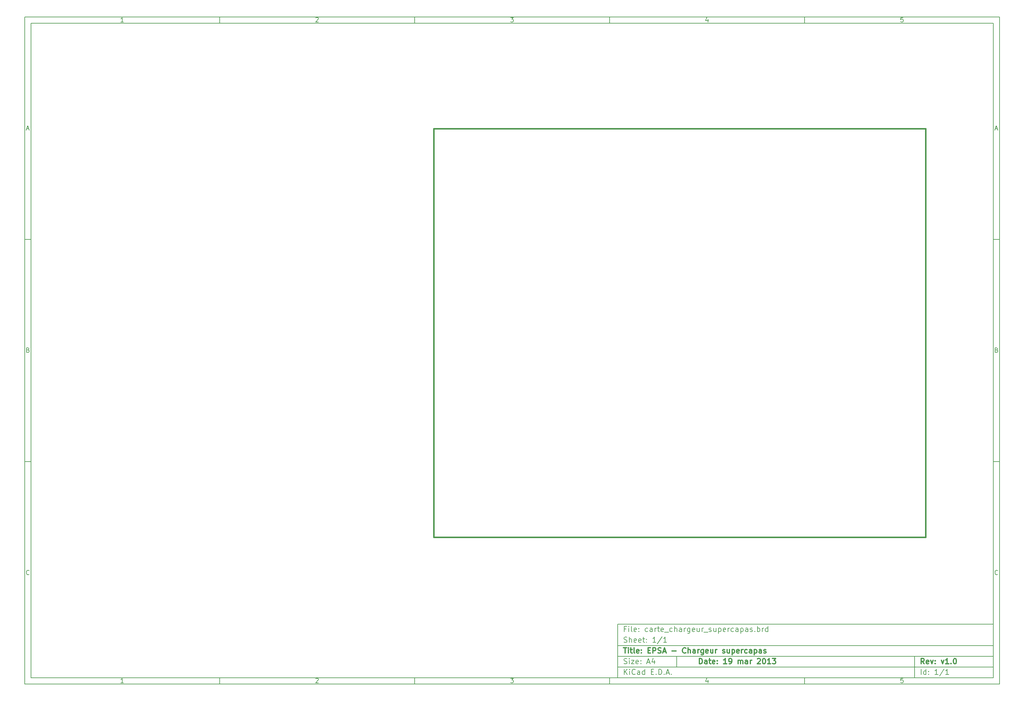
<source format=gbr>
G04 (created by PCBNEW-RS274X (2012-01-19 BZR 3256)-stable) date 19/03/2013 15:46:17*
G01*
G70*
G90*
%MOIN*%
G04 Gerber Fmt 3.4, Leading zero omitted, Abs format*
%FSLAX34Y34*%
G04 APERTURE LIST*
%ADD10C,0.006000*%
%ADD11C,0.012000*%
%ADD12C,0.015000*%
G04 APERTURE END LIST*
G54D10*
X04000Y-04000D02*
X113000Y-04000D01*
X113000Y-78670D01*
X04000Y-78670D01*
X04000Y-04000D01*
X04700Y-04700D02*
X112300Y-04700D01*
X112300Y-77970D01*
X04700Y-77970D01*
X04700Y-04700D01*
X25800Y-04000D02*
X25800Y-04700D01*
X15043Y-04552D02*
X14757Y-04552D01*
X14900Y-04552D02*
X14900Y-04052D01*
X14852Y-04124D01*
X14805Y-04171D01*
X14757Y-04195D01*
X25800Y-78670D02*
X25800Y-77970D01*
X15043Y-78522D02*
X14757Y-78522D01*
X14900Y-78522D02*
X14900Y-78022D01*
X14852Y-78094D01*
X14805Y-78141D01*
X14757Y-78165D01*
X47600Y-04000D02*
X47600Y-04700D01*
X36557Y-04100D02*
X36581Y-04076D01*
X36629Y-04052D01*
X36748Y-04052D01*
X36795Y-04076D01*
X36819Y-04100D01*
X36843Y-04148D01*
X36843Y-04195D01*
X36819Y-04267D01*
X36533Y-04552D01*
X36843Y-04552D01*
X47600Y-78670D02*
X47600Y-77970D01*
X36557Y-78070D02*
X36581Y-78046D01*
X36629Y-78022D01*
X36748Y-78022D01*
X36795Y-78046D01*
X36819Y-78070D01*
X36843Y-78118D01*
X36843Y-78165D01*
X36819Y-78237D01*
X36533Y-78522D01*
X36843Y-78522D01*
X69400Y-04000D02*
X69400Y-04700D01*
X58333Y-04052D02*
X58643Y-04052D01*
X58476Y-04243D01*
X58548Y-04243D01*
X58595Y-04267D01*
X58619Y-04290D01*
X58643Y-04338D01*
X58643Y-04457D01*
X58619Y-04505D01*
X58595Y-04529D01*
X58548Y-04552D01*
X58405Y-04552D01*
X58357Y-04529D01*
X58333Y-04505D01*
X69400Y-78670D02*
X69400Y-77970D01*
X58333Y-78022D02*
X58643Y-78022D01*
X58476Y-78213D01*
X58548Y-78213D01*
X58595Y-78237D01*
X58619Y-78260D01*
X58643Y-78308D01*
X58643Y-78427D01*
X58619Y-78475D01*
X58595Y-78499D01*
X58548Y-78522D01*
X58405Y-78522D01*
X58357Y-78499D01*
X58333Y-78475D01*
X91200Y-04000D02*
X91200Y-04700D01*
X80395Y-04219D02*
X80395Y-04552D01*
X80276Y-04029D02*
X80157Y-04386D01*
X80467Y-04386D01*
X91200Y-78670D02*
X91200Y-77970D01*
X80395Y-78189D02*
X80395Y-78522D01*
X80276Y-77999D02*
X80157Y-78356D01*
X80467Y-78356D01*
X102219Y-04052D02*
X101981Y-04052D01*
X101957Y-04290D01*
X101981Y-04267D01*
X102029Y-04243D01*
X102148Y-04243D01*
X102195Y-04267D01*
X102219Y-04290D01*
X102243Y-04338D01*
X102243Y-04457D01*
X102219Y-04505D01*
X102195Y-04529D01*
X102148Y-04552D01*
X102029Y-04552D01*
X101981Y-04529D01*
X101957Y-04505D01*
X102219Y-78022D02*
X101981Y-78022D01*
X101957Y-78260D01*
X101981Y-78237D01*
X102029Y-78213D01*
X102148Y-78213D01*
X102195Y-78237D01*
X102219Y-78260D01*
X102243Y-78308D01*
X102243Y-78427D01*
X102219Y-78475D01*
X102195Y-78499D01*
X102148Y-78522D01*
X102029Y-78522D01*
X101981Y-78499D01*
X101957Y-78475D01*
X04000Y-28890D02*
X04700Y-28890D01*
X04231Y-16510D02*
X04469Y-16510D01*
X04184Y-16652D02*
X04350Y-16152D01*
X04517Y-16652D01*
X113000Y-28890D02*
X112300Y-28890D01*
X112531Y-16510D02*
X112769Y-16510D01*
X112484Y-16652D02*
X112650Y-16152D01*
X112817Y-16652D01*
X04000Y-53780D02*
X04700Y-53780D01*
X04386Y-41280D02*
X04457Y-41304D01*
X04481Y-41328D01*
X04505Y-41376D01*
X04505Y-41447D01*
X04481Y-41495D01*
X04457Y-41519D01*
X04410Y-41542D01*
X04219Y-41542D01*
X04219Y-41042D01*
X04386Y-41042D01*
X04433Y-41066D01*
X04457Y-41090D01*
X04481Y-41138D01*
X04481Y-41185D01*
X04457Y-41233D01*
X04433Y-41257D01*
X04386Y-41280D01*
X04219Y-41280D01*
X113000Y-53780D02*
X112300Y-53780D01*
X112686Y-41280D02*
X112757Y-41304D01*
X112781Y-41328D01*
X112805Y-41376D01*
X112805Y-41447D01*
X112781Y-41495D01*
X112757Y-41519D01*
X112710Y-41542D01*
X112519Y-41542D01*
X112519Y-41042D01*
X112686Y-41042D01*
X112733Y-41066D01*
X112757Y-41090D01*
X112781Y-41138D01*
X112781Y-41185D01*
X112757Y-41233D01*
X112733Y-41257D01*
X112686Y-41280D01*
X112519Y-41280D01*
X04505Y-66385D02*
X04481Y-66409D01*
X04410Y-66432D01*
X04362Y-66432D01*
X04290Y-66409D01*
X04243Y-66361D01*
X04219Y-66313D01*
X04195Y-66218D01*
X04195Y-66147D01*
X04219Y-66051D01*
X04243Y-66004D01*
X04290Y-65956D01*
X04362Y-65932D01*
X04410Y-65932D01*
X04481Y-65956D01*
X04505Y-65980D01*
X112805Y-66385D02*
X112781Y-66409D01*
X112710Y-66432D01*
X112662Y-66432D01*
X112590Y-66409D01*
X112543Y-66361D01*
X112519Y-66313D01*
X112495Y-66218D01*
X112495Y-66147D01*
X112519Y-66051D01*
X112543Y-66004D01*
X112590Y-65956D01*
X112662Y-65932D01*
X112710Y-65932D01*
X112781Y-65956D01*
X112805Y-65980D01*
G54D11*
X79443Y-76413D02*
X79443Y-75813D01*
X79586Y-75813D01*
X79671Y-75841D01*
X79729Y-75899D01*
X79757Y-75956D01*
X79786Y-76070D01*
X79786Y-76156D01*
X79757Y-76270D01*
X79729Y-76327D01*
X79671Y-76384D01*
X79586Y-76413D01*
X79443Y-76413D01*
X80300Y-76413D02*
X80300Y-76099D01*
X80271Y-76041D01*
X80214Y-76013D01*
X80100Y-76013D01*
X80043Y-76041D01*
X80300Y-76384D02*
X80243Y-76413D01*
X80100Y-76413D01*
X80043Y-76384D01*
X80014Y-76327D01*
X80014Y-76270D01*
X80043Y-76213D01*
X80100Y-76184D01*
X80243Y-76184D01*
X80300Y-76156D01*
X80500Y-76013D02*
X80729Y-76013D01*
X80586Y-75813D02*
X80586Y-76327D01*
X80614Y-76384D01*
X80672Y-76413D01*
X80729Y-76413D01*
X81157Y-76384D02*
X81100Y-76413D01*
X80986Y-76413D01*
X80929Y-76384D01*
X80900Y-76327D01*
X80900Y-76099D01*
X80929Y-76041D01*
X80986Y-76013D01*
X81100Y-76013D01*
X81157Y-76041D01*
X81186Y-76099D01*
X81186Y-76156D01*
X80900Y-76213D01*
X81443Y-76356D02*
X81471Y-76384D01*
X81443Y-76413D01*
X81414Y-76384D01*
X81443Y-76356D01*
X81443Y-76413D01*
X81443Y-76041D02*
X81471Y-76070D01*
X81443Y-76099D01*
X81414Y-76070D01*
X81443Y-76041D01*
X81443Y-76099D01*
X82500Y-76413D02*
X82157Y-76413D01*
X82329Y-76413D02*
X82329Y-75813D01*
X82272Y-75899D01*
X82214Y-75956D01*
X82157Y-75984D01*
X82785Y-76413D02*
X82900Y-76413D01*
X82957Y-76384D01*
X82985Y-76356D01*
X83043Y-76270D01*
X83071Y-76156D01*
X83071Y-75927D01*
X83043Y-75870D01*
X83014Y-75841D01*
X82957Y-75813D01*
X82843Y-75813D01*
X82785Y-75841D01*
X82757Y-75870D01*
X82728Y-75927D01*
X82728Y-76070D01*
X82757Y-76127D01*
X82785Y-76156D01*
X82843Y-76184D01*
X82957Y-76184D01*
X83014Y-76156D01*
X83043Y-76127D01*
X83071Y-76070D01*
X83785Y-76413D02*
X83785Y-76013D01*
X83785Y-76070D02*
X83813Y-76041D01*
X83871Y-76013D01*
X83956Y-76013D01*
X84013Y-76041D01*
X84042Y-76099D01*
X84042Y-76413D01*
X84042Y-76099D02*
X84071Y-76041D01*
X84128Y-76013D01*
X84213Y-76013D01*
X84271Y-76041D01*
X84299Y-76099D01*
X84299Y-76413D01*
X84842Y-76413D02*
X84842Y-76099D01*
X84813Y-76041D01*
X84756Y-76013D01*
X84642Y-76013D01*
X84585Y-76041D01*
X84842Y-76384D02*
X84785Y-76413D01*
X84642Y-76413D01*
X84585Y-76384D01*
X84556Y-76327D01*
X84556Y-76270D01*
X84585Y-76213D01*
X84642Y-76184D01*
X84785Y-76184D01*
X84842Y-76156D01*
X85128Y-76413D02*
X85128Y-76013D01*
X85128Y-76127D02*
X85156Y-76070D01*
X85185Y-76041D01*
X85242Y-76013D01*
X85299Y-76013D01*
X85927Y-75870D02*
X85956Y-75841D01*
X86013Y-75813D01*
X86156Y-75813D01*
X86213Y-75841D01*
X86242Y-75870D01*
X86270Y-75927D01*
X86270Y-75984D01*
X86242Y-76070D01*
X85899Y-76413D01*
X86270Y-76413D01*
X86641Y-75813D02*
X86698Y-75813D01*
X86755Y-75841D01*
X86784Y-75870D01*
X86813Y-75927D01*
X86841Y-76041D01*
X86841Y-76184D01*
X86813Y-76299D01*
X86784Y-76356D01*
X86755Y-76384D01*
X86698Y-76413D01*
X86641Y-76413D01*
X86584Y-76384D01*
X86555Y-76356D01*
X86527Y-76299D01*
X86498Y-76184D01*
X86498Y-76041D01*
X86527Y-75927D01*
X86555Y-75870D01*
X86584Y-75841D01*
X86641Y-75813D01*
X87412Y-76413D02*
X87069Y-76413D01*
X87241Y-76413D02*
X87241Y-75813D01*
X87184Y-75899D01*
X87126Y-75956D01*
X87069Y-75984D01*
X87612Y-75813D02*
X87983Y-75813D01*
X87783Y-76041D01*
X87869Y-76041D01*
X87926Y-76070D01*
X87955Y-76099D01*
X87983Y-76156D01*
X87983Y-76299D01*
X87955Y-76356D01*
X87926Y-76384D01*
X87869Y-76413D01*
X87697Y-76413D01*
X87640Y-76384D01*
X87612Y-76356D01*
G54D10*
X71043Y-77613D02*
X71043Y-77013D01*
X71386Y-77613D02*
X71129Y-77270D01*
X71386Y-77013D02*
X71043Y-77356D01*
X71643Y-77613D02*
X71643Y-77213D01*
X71643Y-77013D02*
X71614Y-77041D01*
X71643Y-77070D01*
X71671Y-77041D01*
X71643Y-77013D01*
X71643Y-77070D01*
X72272Y-77556D02*
X72243Y-77584D01*
X72157Y-77613D01*
X72100Y-77613D01*
X72015Y-77584D01*
X71957Y-77527D01*
X71929Y-77470D01*
X71900Y-77356D01*
X71900Y-77270D01*
X71929Y-77156D01*
X71957Y-77099D01*
X72015Y-77041D01*
X72100Y-77013D01*
X72157Y-77013D01*
X72243Y-77041D01*
X72272Y-77070D01*
X72786Y-77613D02*
X72786Y-77299D01*
X72757Y-77241D01*
X72700Y-77213D01*
X72586Y-77213D01*
X72529Y-77241D01*
X72786Y-77584D02*
X72729Y-77613D01*
X72586Y-77613D01*
X72529Y-77584D01*
X72500Y-77527D01*
X72500Y-77470D01*
X72529Y-77413D01*
X72586Y-77384D01*
X72729Y-77384D01*
X72786Y-77356D01*
X73329Y-77613D02*
X73329Y-77013D01*
X73329Y-77584D02*
X73272Y-77613D01*
X73158Y-77613D01*
X73100Y-77584D01*
X73072Y-77556D01*
X73043Y-77499D01*
X73043Y-77327D01*
X73072Y-77270D01*
X73100Y-77241D01*
X73158Y-77213D01*
X73272Y-77213D01*
X73329Y-77241D01*
X74072Y-77299D02*
X74272Y-77299D01*
X74358Y-77613D02*
X74072Y-77613D01*
X74072Y-77013D01*
X74358Y-77013D01*
X74615Y-77556D02*
X74643Y-77584D01*
X74615Y-77613D01*
X74586Y-77584D01*
X74615Y-77556D01*
X74615Y-77613D01*
X74901Y-77613D02*
X74901Y-77013D01*
X75044Y-77013D01*
X75129Y-77041D01*
X75187Y-77099D01*
X75215Y-77156D01*
X75244Y-77270D01*
X75244Y-77356D01*
X75215Y-77470D01*
X75187Y-77527D01*
X75129Y-77584D01*
X75044Y-77613D01*
X74901Y-77613D01*
X75501Y-77556D02*
X75529Y-77584D01*
X75501Y-77613D01*
X75472Y-77584D01*
X75501Y-77556D01*
X75501Y-77613D01*
X75758Y-77441D02*
X76044Y-77441D01*
X75701Y-77613D02*
X75901Y-77013D01*
X76101Y-77613D01*
X76301Y-77556D02*
X76329Y-77584D01*
X76301Y-77613D01*
X76272Y-77584D01*
X76301Y-77556D01*
X76301Y-77613D01*
G54D11*
X104586Y-76413D02*
X104386Y-76127D01*
X104243Y-76413D02*
X104243Y-75813D01*
X104471Y-75813D01*
X104529Y-75841D01*
X104557Y-75870D01*
X104586Y-75927D01*
X104586Y-76013D01*
X104557Y-76070D01*
X104529Y-76099D01*
X104471Y-76127D01*
X104243Y-76127D01*
X105071Y-76384D02*
X105014Y-76413D01*
X104900Y-76413D01*
X104843Y-76384D01*
X104814Y-76327D01*
X104814Y-76099D01*
X104843Y-76041D01*
X104900Y-76013D01*
X105014Y-76013D01*
X105071Y-76041D01*
X105100Y-76099D01*
X105100Y-76156D01*
X104814Y-76213D01*
X105300Y-76013D02*
X105443Y-76413D01*
X105585Y-76013D01*
X105814Y-76356D02*
X105842Y-76384D01*
X105814Y-76413D01*
X105785Y-76384D01*
X105814Y-76356D01*
X105814Y-76413D01*
X105814Y-76041D02*
X105842Y-76070D01*
X105814Y-76099D01*
X105785Y-76070D01*
X105814Y-76041D01*
X105814Y-76099D01*
X106500Y-76013D02*
X106643Y-76413D01*
X106785Y-76013D01*
X107328Y-76413D02*
X106985Y-76413D01*
X107157Y-76413D02*
X107157Y-75813D01*
X107100Y-75899D01*
X107042Y-75956D01*
X106985Y-75984D01*
X107585Y-76356D02*
X107613Y-76384D01*
X107585Y-76413D01*
X107556Y-76384D01*
X107585Y-76356D01*
X107585Y-76413D01*
X107985Y-75813D02*
X108042Y-75813D01*
X108099Y-75841D01*
X108128Y-75870D01*
X108157Y-75927D01*
X108185Y-76041D01*
X108185Y-76184D01*
X108157Y-76299D01*
X108128Y-76356D01*
X108099Y-76384D01*
X108042Y-76413D01*
X107985Y-76413D01*
X107928Y-76384D01*
X107899Y-76356D01*
X107871Y-76299D01*
X107842Y-76184D01*
X107842Y-76041D01*
X107871Y-75927D01*
X107899Y-75870D01*
X107928Y-75841D01*
X107985Y-75813D01*
G54D10*
X71014Y-76384D02*
X71100Y-76413D01*
X71243Y-76413D01*
X71300Y-76384D01*
X71329Y-76356D01*
X71357Y-76299D01*
X71357Y-76241D01*
X71329Y-76184D01*
X71300Y-76156D01*
X71243Y-76127D01*
X71129Y-76099D01*
X71071Y-76070D01*
X71043Y-76041D01*
X71014Y-75984D01*
X71014Y-75927D01*
X71043Y-75870D01*
X71071Y-75841D01*
X71129Y-75813D01*
X71271Y-75813D01*
X71357Y-75841D01*
X71614Y-76413D02*
X71614Y-76013D01*
X71614Y-75813D02*
X71585Y-75841D01*
X71614Y-75870D01*
X71642Y-75841D01*
X71614Y-75813D01*
X71614Y-75870D01*
X71843Y-76013D02*
X72157Y-76013D01*
X71843Y-76413D01*
X72157Y-76413D01*
X72614Y-76384D02*
X72557Y-76413D01*
X72443Y-76413D01*
X72386Y-76384D01*
X72357Y-76327D01*
X72357Y-76099D01*
X72386Y-76041D01*
X72443Y-76013D01*
X72557Y-76013D01*
X72614Y-76041D01*
X72643Y-76099D01*
X72643Y-76156D01*
X72357Y-76213D01*
X72900Y-76356D02*
X72928Y-76384D01*
X72900Y-76413D01*
X72871Y-76384D01*
X72900Y-76356D01*
X72900Y-76413D01*
X72900Y-76041D02*
X72928Y-76070D01*
X72900Y-76099D01*
X72871Y-76070D01*
X72900Y-76041D01*
X72900Y-76099D01*
X73614Y-76241D02*
X73900Y-76241D01*
X73557Y-76413D02*
X73757Y-75813D01*
X73957Y-76413D01*
X74414Y-76013D02*
X74414Y-76413D01*
X74271Y-75784D02*
X74128Y-76213D01*
X74500Y-76213D01*
X104243Y-77613D02*
X104243Y-77013D01*
X104786Y-77613D02*
X104786Y-77013D01*
X104786Y-77584D02*
X104729Y-77613D01*
X104615Y-77613D01*
X104557Y-77584D01*
X104529Y-77556D01*
X104500Y-77499D01*
X104500Y-77327D01*
X104529Y-77270D01*
X104557Y-77241D01*
X104615Y-77213D01*
X104729Y-77213D01*
X104786Y-77241D01*
X105072Y-77556D02*
X105100Y-77584D01*
X105072Y-77613D01*
X105043Y-77584D01*
X105072Y-77556D01*
X105072Y-77613D01*
X105072Y-77241D02*
X105100Y-77270D01*
X105072Y-77299D01*
X105043Y-77270D01*
X105072Y-77241D01*
X105072Y-77299D01*
X106129Y-77613D02*
X105786Y-77613D01*
X105958Y-77613D02*
X105958Y-77013D01*
X105901Y-77099D01*
X105843Y-77156D01*
X105786Y-77184D01*
X106814Y-76984D02*
X106300Y-77756D01*
X107329Y-77613D02*
X106986Y-77613D01*
X107158Y-77613D02*
X107158Y-77013D01*
X107101Y-77099D01*
X107043Y-77156D01*
X106986Y-77184D01*
G54D11*
X70957Y-74613D02*
X71300Y-74613D01*
X71129Y-75213D02*
X71129Y-74613D01*
X71500Y-75213D02*
X71500Y-74813D01*
X71500Y-74613D02*
X71471Y-74641D01*
X71500Y-74670D01*
X71528Y-74641D01*
X71500Y-74613D01*
X71500Y-74670D01*
X71700Y-74813D02*
X71929Y-74813D01*
X71786Y-74613D02*
X71786Y-75127D01*
X71814Y-75184D01*
X71872Y-75213D01*
X71929Y-75213D01*
X72215Y-75213D02*
X72157Y-75184D01*
X72129Y-75127D01*
X72129Y-74613D01*
X72671Y-75184D02*
X72614Y-75213D01*
X72500Y-75213D01*
X72443Y-75184D01*
X72414Y-75127D01*
X72414Y-74899D01*
X72443Y-74841D01*
X72500Y-74813D01*
X72614Y-74813D01*
X72671Y-74841D01*
X72700Y-74899D01*
X72700Y-74956D01*
X72414Y-75013D01*
X72957Y-75156D02*
X72985Y-75184D01*
X72957Y-75213D01*
X72928Y-75184D01*
X72957Y-75156D01*
X72957Y-75213D01*
X72957Y-74841D02*
X72985Y-74870D01*
X72957Y-74899D01*
X72928Y-74870D01*
X72957Y-74841D01*
X72957Y-74899D01*
X73700Y-74899D02*
X73900Y-74899D01*
X73986Y-75213D02*
X73700Y-75213D01*
X73700Y-74613D01*
X73986Y-74613D01*
X74243Y-75213D02*
X74243Y-74613D01*
X74471Y-74613D01*
X74529Y-74641D01*
X74557Y-74670D01*
X74586Y-74727D01*
X74586Y-74813D01*
X74557Y-74870D01*
X74529Y-74899D01*
X74471Y-74927D01*
X74243Y-74927D01*
X74814Y-75184D02*
X74900Y-75213D01*
X75043Y-75213D01*
X75100Y-75184D01*
X75129Y-75156D01*
X75157Y-75099D01*
X75157Y-75041D01*
X75129Y-74984D01*
X75100Y-74956D01*
X75043Y-74927D01*
X74929Y-74899D01*
X74871Y-74870D01*
X74843Y-74841D01*
X74814Y-74784D01*
X74814Y-74727D01*
X74843Y-74670D01*
X74871Y-74641D01*
X74929Y-74613D01*
X75071Y-74613D01*
X75157Y-74641D01*
X75385Y-75041D02*
X75671Y-75041D01*
X75328Y-75213D02*
X75528Y-74613D01*
X75728Y-75213D01*
X76385Y-74984D02*
X76842Y-74984D01*
X77928Y-75156D02*
X77899Y-75184D01*
X77813Y-75213D01*
X77756Y-75213D01*
X77671Y-75184D01*
X77613Y-75127D01*
X77585Y-75070D01*
X77556Y-74956D01*
X77556Y-74870D01*
X77585Y-74756D01*
X77613Y-74699D01*
X77671Y-74641D01*
X77756Y-74613D01*
X77813Y-74613D01*
X77899Y-74641D01*
X77928Y-74670D01*
X78185Y-75213D02*
X78185Y-74613D01*
X78442Y-75213D02*
X78442Y-74899D01*
X78413Y-74841D01*
X78356Y-74813D01*
X78271Y-74813D01*
X78213Y-74841D01*
X78185Y-74870D01*
X78985Y-75213D02*
X78985Y-74899D01*
X78956Y-74841D01*
X78899Y-74813D01*
X78785Y-74813D01*
X78728Y-74841D01*
X78985Y-75184D02*
X78928Y-75213D01*
X78785Y-75213D01*
X78728Y-75184D01*
X78699Y-75127D01*
X78699Y-75070D01*
X78728Y-75013D01*
X78785Y-74984D01*
X78928Y-74984D01*
X78985Y-74956D01*
X79271Y-75213D02*
X79271Y-74813D01*
X79271Y-74927D02*
X79299Y-74870D01*
X79328Y-74841D01*
X79385Y-74813D01*
X79442Y-74813D01*
X79899Y-74813D02*
X79899Y-75299D01*
X79870Y-75356D01*
X79842Y-75384D01*
X79785Y-75413D01*
X79699Y-75413D01*
X79642Y-75384D01*
X79899Y-75184D02*
X79842Y-75213D01*
X79728Y-75213D01*
X79670Y-75184D01*
X79642Y-75156D01*
X79613Y-75099D01*
X79613Y-74927D01*
X79642Y-74870D01*
X79670Y-74841D01*
X79728Y-74813D01*
X79842Y-74813D01*
X79899Y-74841D01*
X80413Y-75184D02*
X80356Y-75213D01*
X80242Y-75213D01*
X80185Y-75184D01*
X80156Y-75127D01*
X80156Y-74899D01*
X80185Y-74841D01*
X80242Y-74813D01*
X80356Y-74813D01*
X80413Y-74841D01*
X80442Y-74899D01*
X80442Y-74956D01*
X80156Y-75013D01*
X80956Y-74813D02*
X80956Y-75213D01*
X80699Y-74813D02*
X80699Y-75127D01*
X80727Y-75184D01*
X80785Y-75213D01*
X80870Y-75213D01*
X80927Y-75184D01*
X80956Y-75156D01*
X81242Y-75213D02*
X81242Y-74813D01*
X81242Y-74927D02*
X81270Y-74870D01*
X81299Y-74841D01*
X81356Y-74813D01*
X81413Y-74813D01*
X82041Y-75184D02*
X82098Y-75213D01*
X82213Y-75213D01*
X82270Y-75184D01*
X82298Y-75127D01*
X82298Y-75099D01*
X82270Y-75041D01*
X82213Y-75013D01*
X82127Y-75013D01*
X82070Y-74984D01*
X82041Y-74927D01*
X82041Y-74899D01*
X82070Y-74841D01*
X82127Y-74813D01*
X82213Y-74813D01*
X82270Y-74841D01*
X82813Y-74813D02*
X82813Y-75213D01*
X82556Y-74813D02*
X82556Y-75127D01*
X82584Y-75184D01*
X82642Y-75213D01*
X82727Y-75213D01*
X82784Y-75184D01*
X82813Y-75156D01*
X83099Y-74813D02*
X83099Y-75413D01*
X83099Y-74841D02*
X83156Y-74813D01*
X83270Y-74813D01*
X83327Y-74841D01*
X83356Y-74870D01*
X83385Y-74927D01*
X83385Y-75099D01*
X83356Y-75156D01*
X83327Y-75184D01*
X83270Y-75213D01*
X83156Y-75213D01*
X83099Y-75184D01*
X83870Y-75184D02*
X83813Y-75213D01*
X83699Y-75213D01*
X83642Y-75184D01*
X83613Y-75127D01*
X83613Y-74899D01*
X83642Y-74841D01*
X83699Y-74813D01*
X83813Y-74813D01*
X83870Y-74841D01*
X83899Y-74899D01*
X83899Y-74956D01*
X83613Y-75013D01*
X84156Y-75213D02*
X84156Y-74813D01*
X84156Y-74927D02*
X84184Y-74870D01*
X84213Y-74841D01*
X84270Y-74813D01*
X84327Y-74813D01*
X84784Y-75184D02*
X84727Y-75213D01*
X84613Y-75213D01*
X84555Y-75184D01*
X84527Y-75156D01*
X84498Y-75099D01*
X84498Y-74927D01*
X84527Y-74870D01*
X84555Y-74841D01*
X84613Y-74813D01*
X84727Y-74813D01*
X84784Y-74841D01*
X85298Y-75213D02*
X85298Y-74899D01*
X85269Y-74841D01*
X85212Y-74813D01*
X85098Y-74813D01*
X85041Y-74841D01*
X85298Y-75184D02*
X85241Y-75213D01*
X85098Y-75213D01*
X85041Y-75184D01*
X85012Y-75127D01*
X85012Y-75070D01*
X85041Y-75013D01*
X85098Y-74984D01*
X85241Y-74984D01*
X85298Y-74956D01*
X85584Y-74813D02*
X85584Y-75413D01*
X85584Y-74841D02*
X85641Y-74813D01*
X85755Y-74813D01*
X85812Y-74841D01*
X85841Y-74870D01*
X85870Y-74927D01*
X85870Y-75099D01*
X85841Y-75156D01*
X85812Y-75184D01*
X85755Y-75213D01*
X85641Y-75213D01*
X85584Y-75184D01*
X86384Y-75213D02*
X86384Y-74899D01*
X86355Y-74841D01*
X86298Y-74813D01*
X86184Y-74813D01*
X86127Y-74841D01*
X86384Y-75184D02*
X86327Y-75213D01*
X86184Y-75213D01*
X86127Y-75184D01*
X86098Y-75127D01*
X86098Y-75070D01*
X86127Y-75013D01*
X86184Y-74984D01*
X86327Y-74984D01*
X86384Y-74956D01*
X86641Y-75184D02*
X86698Y-75213D01*
X86813Y-75213D01*
X86870Y-75184D01*
X86898Y-75127D01*
X86898Y-75099D01*
X86870Y-75041D01*
X86813Y-75013D01*
X86727Y-75013D01*
X86670Y-74984D01*
X86641Y-74927D01*
X86641Y-74899D01*
X86670Y-74841D01*
X86727Y-74813D01*
X86813Y-74813D01*
X86870Y-74841D01*
G54D10*
X71243Y-72499D02*
X71043Y-72499D01*
X71043Y-72813D02*
X71043Y-72213D01*
X71329Y-72213D01*
X71557Y-72813D02*
X71557Y-72413D01*
X71557Y-72213D02*
X71528Y-72241D01*
X71557Y-72270D01*
X71585Y-72241D01*
X71557Y-72213D01*
X71557Y-72270D01*
X71929Y-72813D02*
X71871Y-72784D01*
X71843Y-72727D01*
X71843Y-72213D01*
X72385Y-72784D02*
X72328Y-72813D01*
X72214Y-72813D01*
X72157Y-72784D01*
X72128Y-72727D01*
X72128Y-72499D01*
X72157Y-72441D01*
X72214Y-72413D01*
X72328Y-72413D01*
X72385Y-72441D01*
X72414Y-72499D01*
X72414Y-72556D01*
X72128Y-72613D01*
X72671Y-72756D02*
X72699Y-72784D01*
X72671Y-72813D01*
X72642Y-72784D01*
X72671Y-72756D01*
X72671Y-72813D01*
X72671Y-72441D02*
X72699Y-72470D01*
X72671Y-72499D01*
X72642Y-72470D01*
X72671Y-72441D01*
X72671Y-72499D01*
X73671Y-72784D02*
X73614Y-72813D01*
X73500Y-72813D01*
X73442Y-72784D01*
X73414Y-72756D01*
X73385Y-72699D01*
X73385Y-72527D01*
X73414Y-72470D01*
X73442Y-72441D01*
X73500Y-72413D01*
X73614Y-72413D01*
X73671Y-72441D01*
X74185Y-72813D02*
X74185Y-72499D01*
X74156Y-72441D01*
X74099Y-72413D01*
X73985Y-72413D01*
X73928Y-72441D01*
X74185Y-72784D02*
X74128Y-72813D01*
X73985Y-72813D01*
X73928Y-72784D01*
X73899Y-72727D01*
X73899Y-72670D01*
X73928Y-72613D01*
X73985Y-72584D01*
X74128Y-72584D01*
X74185Y-72556D01*
X74471Y-72813D02*
X74471Y-72413D01*
X74471Y-72527D02*
X74499Y-72470D01*
X74528Y-72441D01*
X74585Y-72413D01*
X74642Y-72413D01*
X74756Y-72413D02*
X74985Y-72413D01*
X74842Y-72213D02*
X74842Y-72727D01*
X74870Y-72784D01*
X74928Y-72813D01*
X74985Y-72813D01*
X75413Y-72784D02*
X75356Y-72813D01*
X75242Y-72813D01*
X75185Y-72784D01*
X75156Y-72727D01*
X75156Y-72499D01*
X75185Y-72441D01*
X75242Y-72413D01*
X75356Y-72413D01*
X75413Y-72441D01*
X75442Y-72499D01*
X75442Y-72556D01*
X75156Y-72613D01*
X75556Y-72870D02*
X76013Y-72870D01*
X76413Y-72784D02*
X76356Y-72813D01*
X76242Y-72813D01*
X76184Y-72784D01*
X76156Y-72756D01*
X76127Y-72699D01*
X76127Y-72527D01*
X76156Y-72470D01*
X76184Y-72441D01*
X76242Y-72413D01*
X76356Y-72413D01*
X76413Y-72441D01*
X76670Y-72813D02*
X76670Y-72213D01*
X76927Y-72813D02*
X76927Y-72499D01*
X76898Y-72441D01*
X76841Y-72413D01*
X76756Y-72413D01*
X76698Y-72441D01*
X76670Y-72470D01*
X77470Y-72813D02*
X77470Y-72499D01*
X77441Y-72441D01*
X77384Y-72413D01*
X77270Y-72413D01*
X77213Y-72441D01*
X77470Y-72784D02*
X77413Y-72813D01*
X77270Y-72813D01*
X77213Y-72784D01*
X77184Y-72727D01*
X77184Y-72670D01*
X77213Y-72613D01*
X77270Y-72584D01*
X77413Y-72584D01*
X77470Y-72556D01*
X77756Y-72813D02*
X77756Y-72413D01*
X77756Y-72527D02*
X77784Y-72470D01*
X77813Y-72441D01*
X77870Y-72413D01*
X77927Y-72413D01*
X78384Y-72413D02*
X78384Y-72899D01*
X78355Y-72956D01*
X78327Y-72984D01*
X78270Y-73013D01*
X78184Y-73013D01*
X78127Y-72984D01*
X78384Y-72784D02*
X78327Y-72813D01*
X78213Y-72813D01*
X78155Y-72784D01*
X78127Y-72756D01*
X78098Y-72699D01*
X78098Y-72527D01*
X78127Y-72470D01*
X78155Y-72441D01*
X78213Y-72413D01*
X78327Y-72413D01*
X78384Y-72441D01*
X78898Y-72784D02*
X78841Y-72813D01*
X78727Y-72813D01*
X78670Y-72784D01*
X78641Y-72727D01*
X78641Y-72499D01*
X78670Y-72441D01*
X78727Y-72413D01*
X78841Y-72413D01*
X78898Y-72441D01*
X78927Y-72499D01*
X78927Y-72556D01*
X78641Y-72613D01*
X79441Y-72413D02*
X79441Y-72813D01*
X79184Y-72413D02*
X79184Y-72727D01*
X79212Y-72784D01*
X79270Y-72813D01*
X79355Y-72813D01*
X79412Y-72784D01*
X79441Y-72756D01*
X79727Y-72813D02*
X79727Y-72413D01*
X79727Y-72527D02*
X79755Y-72470D01*
X79784Y-72441D01*
X79841Y-72413D01*
X79898Y-72413D01*
X79955Y-72870D02*
X80412Y-72870D01*
X80526Y-72784D02*
X80583Y-72813D01*
X80698Y-72813D01*
X80755Y-72784D01*
X80783Y-72727D01*
X80783Y-72699D01*
X80755Y-72641D01*
X80698Y-72613D01*
X80612Y-72613D01*
X80555Y-72584D01*
X80526Y-72527D01*
X80526Y-72499D01*
X80555Y-72441D01*
X80612Y-72413D01*
X80698Y-72413D01*
X80755Y-72441D01*
X81298Y-72413D02*
X81298Y-72813D01*
X81041Y-72413D02*
X81041Y-72727D01*
X81069Y-72784D01*
X81127Y-72813D01*
X81212Y-72813D01*
X81269Y-72784D01*
X81298Y-72756D01*
X81584Y-72413D02*
X81584Y-73013D01*
X81584Y-72441D02*
X81641Y-72413D01*
X81755Y-72413D01*
X81812Y-72441D01*
X81841Y-72470D01*
X81870Y-72527D01*
X81870Y-72699D01*
X81841Y-72756D01*
X81812Y-72784D01*
X81755Y-72813D01*
X81641Y-72813D01*
X81584Y-72784D01*
X82355Y-72784D02*
X82298Y-72813D01*
X82184Y-72813D01*
X82127Y-72784D01*
X82098Y-72727D01*
X82098Y-72499D01*
X82127Y-72441D01*
X82184Y-72413D01*
X82298Y-72413D01*
X82355Y-72441D01*
X82384Y-72499D01*
X82384Y-72556D01*
X82098Y-72613D01*
X82641Y-72813D02*
X82641Y-72413D01*
X82641Y-72527D02*
X82669Y-72470D01*
X82698Y-72441D01*
X82755Y-72413D01*
X82812Y-72413D01*
X83269Y-72784D02*
X83212Y-72813D01*
X83098Y-72813D01*
X83040Y-72784D01*
X83012Y-72756D01*
X82983Y-72699D01*
X82983Y-72527D01*
X83012Y-72470D01*
X83040Y-72441D01*
X83098Y-72413D01*
X83212Y-72413D01*
X83269Y-72441D01*
X83783Y-72813D02*
X83783Y-72499D01*
X83754Y-72441D01*
X83697Y-72413D01*
X83583Y-72413D01*
X83526Y-72441D01*
X83783Y-72784D02*
X83726Y-72813D01*
X83583Y-72813D01*
X83526Y-72784D01*
X83497Y-72727D01*
X83497Y-72670D01*
X83526Y-72613D01*
X83583Y-72584D01*
X83726Y-72584D01*
X83783Y-72556D01*
X84069Y-72413D02*
X84069Y-73013D01*
X84069Y-72441D02*
X84126Y-72413D01*
X84240Y-72413D01*
X84297Y-72441D01*
X84326Y-72470D01*
X84355Y-72527D01*
X84355Y-72699D01*
X84326Y-72756D01*
X84297Y-72784D01*
X84240Y-72813D01*
X84126Y-72813D01*
X84069Y-72784D01*
X84869Y-72813D02*
X84869Y-72499D01*
X84840Y-72441D01*
X84783Y-72413D01*
X84669Y-72413D01*
X84612Y-72441D01*
X84869Y-72784D02*
X84812Y-72813D01*
X84669Y-72813D01*
X84612Y-72784D01*
X84583Y-72727D01*
X84583Y-72670D01*
X84612Y-72613D01*
X84669Y-72584D01*
X84812Y-72584D01*
X84869Y-72556D01*
X85126Y-72784D02*
X85183Y-72813D01*
X85298Y-72813D01*
X85355Y-72784D01*
X85383Y-72727D01*
X85383Y-72699D01*
X85355Y-72641D01*
X85298Y-72613D01*
X85212Y-72613D01*
X85155Y-72584D01*
X85126Y-72527D01*
X85126Y-72499D01*
X85155Y-72441D01*
X85212Y-72413D01*
X85298Y-72413D01*
X85355Y-72441D01*
X85641Y-72756D02*
X85669Y-72784D01*
X85641Y-72813D01*
X85612Y-72784D01*
X85641Y-72756D01*
X85641Y-72813D01*
X85927Y-72813D02*
X85927Y-72213D01*
X85927Y-72441D02*
X85984Y-72413D01*
X86098Y-72413D01*
X86155Y-72441D01*
X86184Y-72470D01*
X86213Y-72527D01*
X86213Y-72699D01*
X86184Y-72756D01*
X86155Y-72784D01*
X86098Y-72813D01*
X85984Y-72813D01*
X85927Y-72784D01*
X86470Y-72813D02*
X86470Y-72413D01*
X86470Y-72527D02*
X86498Y-72470D01*
X86527Y-72441D01*
X86584Y-72413D01*
X86641Y-72413D01*
X87098Y-72813D02*
X87098Y-72213D01*
X87098Y-72784D02*
X87041Y-72813D01*
X86927Y-72813D01*
X86869Y-72784D01*
X86841Y-72756D01*
X86812Y-72699D01*
X86812Y-72527D01*
X86841Y-72470D01*
X86869Y-72441D01*
X86927Y-72413D01*
X87041Y-72413D01*
X87098Y-72441D01*
X71014Y-73984D02*
X71100Y-74013D01*
X71243Y-74013D01*
X71300Y-73984D01*
X71329Y-73956D01*
X71357Y-73899D01*
X71357Y-73841D01*
X71329Y-73784D01*
X71300Y-73756D01*
X71243Y-73727D01*
X71129Y-73699D01*
X71071Y-73670D01*
X71043Y-73641D01*
X71014Y-73584D01*
X71014Y-73527D01*
X71043Y-73470D01*
X71071Y-73441D01*
X71129Y-73413D01*
X71271Y-73413D01*
X71357Y-73441D01*
X71614Y-74013D02*
X71614Y-73413D01*
X71871Y-74013D02*
X71871Y-73699D01*
X71842Y-73641D01*
X71785Y-73613D01*
X71700Y-73613D01*
X71642Y-73641D01*
X71614Y-73670D01*
X72385Y-73984D02*
X72328Y-74013D01*
X72214Y-74013D01*
X72157Y-73984D01*
X72128Y-73927D01*
X72128Y-73699D01*
X72157Y-73641D01*
X72214Y-73613D01*
X72328Y-73613D01*
X72385Y-73641D01*
X72414Y-73699D01*
X72414Y-73756D01*
X72128Y-73813D01*
X72899Y-73984D02*
X72842Y-74013D01*
X72728Y-74013D01*
X72671Y-73984D01*
X72642Y-73927D01*
X72642Y-73699D01*
X72671Y-73641D01*
X72728Y-73613D01*
X72842Y-73613D01*
X72899Y-73641D01*
X72928Y-73699D01*
X72928Y-73756D01*
X72642Y-73813D01*
X73099Y-73613D02*
X73328Y-73613D01*
X73185Y-73413D02*
X73185Y-73927D01*
X73213Y-73984D01*
X73271Y-74013D01*
X73328Y-74013D01*
X73528Y-73956D02*
X73556Y-73984D01*
X73528Y-74013D01*
X73499Y-73984D01*
X73528Y-73956D01*
X73528Y-74013D01*
X73528Y-73641D02*
X73556Y-73670D01*
X73528Y-73699D01*
X73499Y-73670D01*
X73528Y-73641D01*
X73528Y-73699D01*
X74585Y-74013D02*
X74242Y-74013D01*
X74414Y-74013D02*
X74414Y-73413D01*
X74357Y-73499D01*
X74299Y-73556D01*
X74242Y-73584D01*
X75270Y-73384D02*
X74756Y-74156D01*
X75785Y-74013D02*
X75442Y-74013D01*
X75614Y-74013D02*
X75614Y-73413D01*
X75557Y-73499D01*
X75499Y-73556D01*
X75442Y-73584D01*
X70300Y-71970D02*
X70300Y-77970D01*
X70300Y-71970D02*
X112300Y-71970D01*
X70300Y-71970D02*
X112300Y-71970D01*
X70300Y-74370D02*
X112300Y-74370D01*
X103500Y-75570D02*
X103500Y-77970D01*
X70300Y-76770D02*
X112300Y-76770D01*
X70300Y-75570D02*
X112300Y-75570D01*
X76900Y-75570D02*
X76900Y-76770D01*
G54D12*
X104750Y-16500D02*
X103500Y-16500D01*
X104750Y-62250D02*
X104750Y-16500D01*
X49750Y-62250D02*
X104750Y-62250D01*
X49750Y-59000D02*
X49750Y-62250D01*
X49750Y-58750D02*
X49750Y-59000D01*
X49750Y-58000D02*
X49750Y-58750D01*
X49750Y-56750D02*
X49750Y-58000D01*
X49750Y-16500D02*
X49750Y-56750D01*
X103500Y-16500D02*
X49750Y-16500D01*
M02*

</source>
